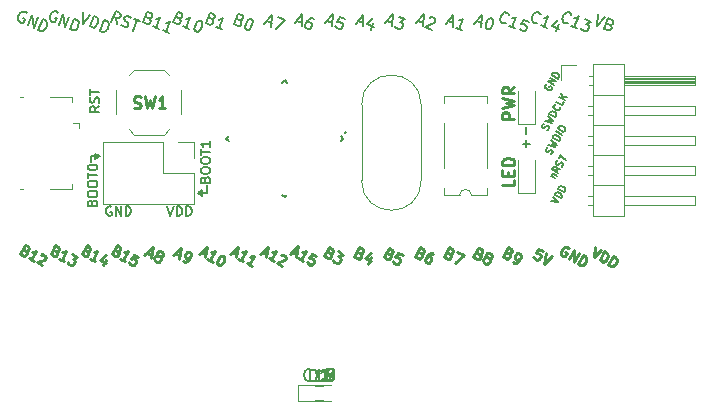
<source format=gto>
%TF.GenerationSoftware,KiCad,Pcbnew,4.0.7*%
%TF.CreationDate,2017-11-06T20:43:19+08:00*%
%TF.ProjectId,STM32F401CCT6,53544D333246343031434354362E6B69,rev?*%
%TF.FileFunction,Legend,Top*%
%FSLAX46Y46*%
G04 Gerber Fmt 4.6, Leading zero omitted, Abs format (unit mm)*
G04 Created by KiCad (PCBNEW 4.0.7) date 11/06/17 20:43:19*
%MOMM*%
%LPD*%
G01*
G04 APERTURE LIST*
%ADD10C,0.100000*%
%ADD11C,0.187500*%
%ADD12C,0.200000*%
%ADD13C,0.150000*%
%ADD14C,0.212500*%
%ADD15C,0.225000*%
%ADD16C,0.120000*%
%ADD17C,0.250000*%
G04 APERTURE END LIST*
D10*
D11*
X-7026429Y8314286D02*
X-7026429Y8885715D01*
X-7305714Y7506429D02*
X-6734285Y7506429D01*
X-7019999Y7220714D02*
X-7019999Y7792143D01*
D12*
X-43180095Y10683905D02*
X-43561048Y10417238D01*
X-43180095Y10226762D02*
X-43980095Y10226762D01*
X-43980095Y10531524D01*
X-43942000Y10607715D01*
X-43903905Y10645810D01*
X-43827714Y10683905D01*
X-43713429Y10683905D01*
X-43637238Y10645810D01*
X-43599143Y10607715D01*
X-43561048Y10531524D01*
X-43561048Y10226762D01*
X-43218190Y10988667D02*
X-43180095Y11102953D01*
X-43180095Y11293429D01*
X-43218190Y11369619D01*
X-43256286Y11407715D01*
X-43332476Y11445810D01*
X-43408667Y11445810D01*
X-43484857Y11407715D01*
X-43522952Y11369619D01*
X-43561048Y11293429D01*
X-43599143Y11141048D01*
X-43637238Y11064857D01*
X-43675333Y11026762D01*
X-43751524Y10988667D01*
X-43827714Y10988667D01*
X-43903905Y11026762D01*
X-43942000Y11064857D01*
X-43980095Y11141048D01*
X-43980095Y11331524D01*
X-43942000Y11445810D01*
X-43980095Y11674381D02*
X-43980095Y12131524D01*
X-43180095Y11902953D02*
X-43980095Y11902953D01*
X-43852000Y6112000D02*
X-43852000Y5942000D01*
X-34432000Y3112000D02*
X-34812000Y3362000D01*
X-34452000Y3632000D02*
X-34432000Y3112000D01*
X-34822000Y3322000D02*
X-34452000Y3632000D01*
X-34092000Y3362000D02*
X-34822000Y3322000D01*
X-34072000Y3992000D02*
X-34092000Y3362000D01*
X-34219143Y4475334D02*
X-34181048Y4589620D01*
X-34142952Y4627715D01*
X-34066762Y4665810D01*
X-33952476Y4665810D01*
X-33876286Y4627715D01*
X-33838190Y4589620D01*
X-33800095Y4513429D01*
X-33800095Y4208667D01*
X-34600095Y4208667D01*
X-34600095Y4475334D01*
X-34562000Y4551524D01*
X-34523905Y4589620D01*
X-34447714Y4627715D01*
X-34371524Y4627715D01*
X-34295333Y4589620D01*
X-34257238Y4551524D01*
X-34219143Y4475334D01*
X-34219143Y4208667D01*
X-34600095Y5161048D02*
X-34600095Y5313429D01*
X-34562000Y5389620D01*
X-34485810Y5465810D01*
X-34333429Y5503905D01*
X-34066762Y5503905D01*
X-33914381Y5465810D01*
X-33838190Y5389620D01*
X-33800095Y5313429D01*
X-33800095Y5161048D01*
X-33838190Y5084858D01*
X-33914381Y5008667D01*
X-34066762Y4970572D01*
X-34333429Y4970572D01*
X-34485810Y5008667D01*
X-34562000Y5084858D01*
X-34600095Y5161048D01*
X-34600095Y5999143D02*
X-34600095Y6151524D01*
X-34562000Y6227715D01*
X-34485810Y6303905D01*
X-34333429Y6342000D01*
X-34066762Y6342000D01*
X-33914381Y6303905D01*
X-33838190Y6227715D01*
X-33800095Y6151524D01*
X-33800095Y5999143D01*
X-33838190Y5922953D01*
X-33914381Y5846762D01*
X-34066762Y5808667D01*
X-34333429Y5808667D01*
X-34485810Y5846762D01*
X-34562000Y5922953D01*
X-34600095Y5999143D01*
X-34600095Y6570571D02*
X-34600095Y7027714D01*
X-33800095Y6799143D02*
X-34600095Y6799143D01*
X-33800095Y7713429D02*
X-33800095Y7256286D01*
X-33800095Y7484857D02*
X-34600095Y7484857D01*
X-34485810Y7408667D01*
X-34409619Y7332476D01*
X-34371524Y7256286D01*
X-43092000Y6432000D02*
X-43512000Y6662000D01*
X-43522000Y6192000D02*
X-43092000Y6432000D01*
X-43522000Y6652000D02*
X-43522000Y6192000D01*
X-43202000Y6462000D02*
X-43522000Y6652000D01*
X-43852000Y6452000D02*
X-43202000Y6462000D01*
X-43852000Y6122000D02*
X-43852000Y6452000D01*
X-43759143Y2505334D02*
X-43721048Y2619620D01*
X-43682952Y2657715D01*
X-43606762Y2695810D01*
X-43492476Y2695810D01*
X-43416286Y2657715D01*
X-43378190Y2619620D01*
X-43340095Y2543429D01*
X-43340095Y2238667D01*
X-44140095Y2238667D01*
X-44140095Y2505334D01*
X-44102000Y2581524D01*
X-44063905Y2619620D01*
X-43987714Y2657715D01*
X-43911524Y2657715D01*
X-43835333Y2619620D01*
X-43797238Y2581524D01*
X-43759143Y2505334D01*
X-43759143Y2238667D01*
X-44140095Y3191048D02*
X-44140095Y3343429D01*
X-44102000Y3419620D01*
X-44025810Y3495810D01*
X-43873429Y3533905D01*
X-43606762Y3533905D01*
X-43454381Y3495810D01*
X-43378190Y3419620D01*
X-43340095Y3343429D01*
X-43340095Y3191048D01*
X-43378190Y3114858D01*
X-43454381Y3038667D01*
X-43606762Y3000572D01*
X-43873429Y3000572D01*
X-44025810Y3038667D01*
X-44102000Y3114858D01*
X-44140095Y3191048D01*
X-44140095Y4029143D02*
X-44140095Y4181524D01*
X-44102000Y4257715D01*
X-44025810Y4333905D01*
X-43873429Y4372000D01*
X-43606762Y4372000D01*
X-43454381Y4333905D01*
X-43378190Y4257715D01*
X-43340095Y4181524D01*
X-43340095Y4029143D01*
X-43378190Y3952953D01*
X-43454381Y3876762D01*
X-43606762Y3838667D01*
X-43873429Y3838667D01*
X-44025810Y3876762D01*
X-44102000Y3952953D01*
X-44140095Y4029143D01*
X-44140095Y4600571D02*
X-44140095Y5057714D01*
X-43340095Y4829143D02*
X-44140095Y4829143D01*
X-44140095Y5476762D02*
X-44140095Y5552953D01*
X-44102000Y5629143D01*
X-44063905Y5667238D01*
X-43987714Y5705334D01*
X-43835333Y5743429D01*
X-43644857Y5743429D01*
X-43492476Y5705334D01*
X-43416286Y5667238D01*
X-43378190Y5629143D01*
X-43340095Y5552953D01*
X-43340095Y5476762D01*
X-43378190Y5400572D01*
X-43416286Y5362476D01*
X-43492476Y5324381D01*
X-43644857Y5286286D01*
X-43835333Y5286286D01*
X-43987714Y5324381D01*
X-44063905Y5362476D01*
X-44102000Y5400572D01*
X-44140095Y5476762D01*
X-37416667Y2208095D02*
X-37150000Y1408095D01*
X-36883333Y2208095D01*
X-36616667Y1408095D02*
X-36616667Y2208095D01*
X-36426191Y2208095D01*
X-36311905Y2170000D01*
X-36235714Y2093810D01*
X-36197619Y2017619D01*
X-36159524Y1865238D01*
X-36159524Y1750952D01*
X-36197619Y1598571D01*
X-36235714Y1522381D01*
X-36311905Y1446190D01*
X-36426191Y1408095D01*
X-36616667Y1408095D01*
X-35816667Y1408095D02*
X-35816667Y2208095D01*
X-35626191Y2208095D01*
X-35511905Y2170000D01*
X-35435714Y2093810D01*
X-35397619Y2017619D01*
X-35359524Y1865238D01*
X-35359524Y1750952D01*
X-35397619Y1598571D01*
X-35435714Y1522381D01*
X-35511905Y1446190D01*
X-35626191Y1408095D01*
X-35816667Y1408095D01*
X-42169523Y2180000D02*
X-42245714Y2218095D01*
X-42359999Y2218095D01*
X-42474285Y2180000D01*
X-42550476Y2103810D01*
X-42588571Y2027619D01*
X-42626666Y1875238D01*
X-42626666Y1760952D01*
X-42588571Y1608571D01*
X-42550476Y1532381D01*
X-42474285Y1456190D01*
X-42359999Y1418095D01*
X-42283809Y1418095D01*
X-42169523Y1456190D01*
X-42131428Y1494286D01*
X-42131428Y1760952D01*
X-42283809Y1760952D01*
X-41788571Y1418095D02*
X-41788571Y2218095D01*
X-41331428Y1418095D01*
X-41331428Y2218095D01*
X-40950476Y1418095D02*
X-40950476Y2218095D01*
X-40760000Y2218095D01*
X-40645714Y2180000D01*
X-40569523Y2103810D01*
X-40531428Y2027619D01*
X-40493333Y1875238D01*
X-40493333Y1760952D01*
X-40531428Y1608571D01*
X-40569523Y1532381D01*
X-40645714Y1456190D01*
X-40760000Y1418095D01*
X-40950476Y1418095D01*
D13*
X-4924551Y2671465D02*
X-4304936Y2544670D01*
X-4724551Y3017875D01*
X-4104936Y2891080D02*
X-4624551Y3191080D01*
X-4553122Y3314798D01*
X-4485522Y3374744D01*
X-4407463Y3395659D01*
X-4343690Y3391832D01*
X-4230431Y3359432D01*
X-4156199Y3316575D01*
X-4071511Y3234689D01*
X-4036310Y3181374D01*
X-4015394Y3103316D01*
X-4033507Y3014798D01*
X-4104936Y2891080D01*
X-3804936Y3410696D02*
X-4324551Y3710696D01*
X-4253122Y3834413D01*
X-4185522Y3894359D01*
X-4107463Y3915274D01*
X-4043690Y3911447D01*
X-3930431Y3879048D01*
X-3856199Y3836190D01*
X-3771511Y3754304D01*
X-3736310Y3700989D01*
X-3715394Y3622931D01*
X-3733507Y3534413D01*
X-3804936Y3410696D01*
X-4914774Y4769747D02*
X-4568364Y4569747D01*
X-4865288Y4741176D02*
X-4875745Y4780206D01*
X-4871917Y4843978D01*
X-4829060Y4918209D01*
X-4775745Y4953411D01*
X-4711972Y4949583D01*
X-4439793Y4792440D01*
X-4125507Y5336798D02*
X-4472944Y5306451D01*
X-4296936Y5039875D02*
X-4816551Y5339875D01*
X-4702265Y5537824D01*
X-4648951Y5573025D01*
X-4609921Y5583484D01*
X-4546149Y5579656D01*
X-4471917Y5536798D01*
X-4436716Y5483484D01*
X-4426258Y5444454D01*
X-4430086Y5380682D01*
X-4544372Y5182733D01*
X-4035965Y5549033D02*
X-3968364Y5608978D01*
X-3896936Y5732696D01*
X-3893108Y5796469D01*
X-3903566Y5835498D01*
X-3938767Y5888813D01*
X-3988254Y5917385D01*
X-4052028Y5921212D01*
X-4091056Y5910754D01*
X-4144372Y5875553D01*
X-4226258Y5790864D01*
X-4279573Y5755664D01*
X-4318603Y5745205D01*
X-4382375Y5749033D01*
X-4431863Y5777605D01*
X-4467064Y5830920D01*
X-4477522Y5869949D01*
X-4473694Y5933721D01*
X-4402265Y6057440D01*
X-4334665Y6117385D01*
X-4273693Y6280132D02*
X-4102265Y6577055D01*
X-3668364Y6128593D02*
X-4187979Y6428593D01*
X-4935394Y6627483D02*
X-4867793Y6687427D01*
X-4796364Y6811145D01*
X-4792537Y6874918D01*
X-4802994Y6913947D01*
X-4838196Y6967262D01*
X-4887683Y6995834D01*
X-4951456Y6999661D01*
X-4990485Y6989204D01*
X-5043801Y6954002D01*
X-5125687Y6869313D01*
X-5179002Y6834113D01*
X-5218031Y6823654D01*
X-5281804Y6827483D01*
X-5331291Y6856054D01*
X-5366493Y6909369D01*
X-5376950Y6948398D01*
X-5373122Y7012170D01*
X-5301693Y7135889D01*
X-5234093Y7195834D01*
X-5158836Y7383325D02*
X-4567793Y7207042D01*
X-4881804Y7520303D01*
X-4453507Y7404991D01*
X-4901693Y7828709D01*
X-4267793Y7726658D02*
X-4787408Y8026658D01*
X-4715979Y8150375D01*
X-4648379Y8210321D01*
X-4570320Y8231236D01*
X-4506547Y8227409D01*
X-4393288Y8195009D01*
X-4319056Y8152152D01*
X-4234368Y8070266D01*
X-4199167Y8016951D01*
X-4178251Y7938893D01*
X-4196364Y7850375D01*
X-4267793Y7726658D01*
X-3967793Y8246273D02*
X-4487408Y8546273D01*
X-4287408Y8892683D02*
X-4230265Y8991658D01*
X-4176951Y9026858D01*
X-4098892Y9047774D01*
X-3985631Y9015375D01*
X-3812426Y8915375D01*
X-3727738Y8833489D01*
X-3706823Y8755430D01*
X-3710650Y8691658D01*
X-3767793Y8592683D01*
X-3821108Y8557482D01*
X-3899167Y8536566D01*
X-4012426Y8568965D01*
X-4185631Y8668965D01*
X-4270320Y8750851D01*
X-4291236Y8828910D01*
X-4287408Y8892683D01*
X-5238251Y8643444D02*
X-5170650Y8703389D01*
X-5099221Y8827107D01*
X-5095394Y8890880D01*
X-5105851Y8929909D01*
X-5141053Y8983224D01*
X-5190540Y9011796D01*
X-5254313Y9015623D01*
X-5293342Y9005166D01*
X-5346658Y8969964D01*
X-5428544Y8885275D01*
X-5481859Y8850075D01*
X-5520888Y8839616D01*
X-5584661Y8843444D01*
X-5634148Y8872016D01*
X-5669350Y8925331D01*
X-5679807Y8964360D01*
X-5675979Y9028132D01*
X-5604550Y9151851D01*
X-5536950Y9211796D01*
X-5461693Y9399286D02*
X-4870650Y9223004D01*
X-5184661Y9536265D01*
X-4756364Y9420953D01*
X-5204550Y9844671D01*
X-4570650Y9742619D02*
X-5090265Y10042619D01*
X-5018836Y10166337D01*
X-4951236Y10226283D01*
X-4873177Y10247198D01*
X-4809404Y10243371D01*
X-4696145Y10210971D01*
X-4621913Y10168114D01*
X-4537225Y10086228D01*
X-4502024Y10032912D01*
X-4481108Y9954855D01*
X-4499221Y9866337D01*
X-4570650Y9742619D01*
X-4148708Y10587729D02*
X-4138251Y10548700D01*
X-4156364Y10460184D01*
X-4184935Y10410697D01*
X-4252537Y10350751D01*
X-4330595Y10329836D01*
X-4394368Y10333664D01*
X-4507627Y10366063D01*
X-4581859Y10408920D01*
X-4666547Y10490806D01*
X-4701748Y10544122D01*
X-4722665Y10622180D01*
X-4704550Y10710697D01*
X-4675979Y10760184D01*
X-4608379Y10820129D01*
X-4569350Y10830587D01*
X-3827793Y11029285D02*
X-3970650Y10781850D01*
X-4490265Y11081850D01*
X-3727793Y11202491D02*
X-4247408Y11502491D01*
X-3556364Y11499413D02*
X-3981859Y11448150D01*
X-4075979Y11799413D02*
X-3950485Y11331062D01*
X-5308379Y12524103D02*
X-5361693Y12488902D01*
X-5404550Y12414671D01*
X-5422665Y12326154D01*
X-5401748Y12248096D01*
X-5366547Y12194781D01*
X-5281859Y12112895D01*
X-5207627Y12070038D01*
X-5094368Y12037638D01*
X-5030595Y12033811D01*
X-4952537Y12054726D01*
X-4884935Y12114671D01*
X-4856364Y12164158D01*
X-4838251Y12252675D01*
X-4848708Y12291704D01*
X-5021913Y12391704D01*
X-5079056Y12292730D01*
X-4670650Y12485824D02*
X-5190265Y12785824D01*
X-4499221Y12782747D01*
X-5018836Y13082747D01*
X-4356364Y13030183D02*
X-4875979Y13330183D01*
X-4804551Y13453901D01*
X-4736950Y13513847D01*
X-4658892Y13534762D01*
X-4595119Y13530934D01*
X-4481859Y13498535D01*
X-4407628Y13455677D01*
X-4322940Y13373792D01*
X-4287738Y13320476D01*
X-4266822Y13242418D01*
X-4284936Y13153901D01*
X-4356364Y13030183D01*
D12*
X-49323166Y18551556D02*
X-49390108Y18627393D01*
X-49515940Y18678233D01*
X-49658718Y18687128D01*
X-49776499Y18637133D01*
X-49852337Y18570192D01*
X-49962067Y18419362D01*
X-50012906Y18293530D01*
X-50038748Y18108808D01*
X-50030697Y18007972D01*
X-49980702Y17890191D01*
X-49871816Y17797408D01*
X-49787928Y17763515D01*
X-49645149Y17754619D01*
X-49586259Y17779617D01*
X-49467633Y18073225D01*
X-49635410Y18141011D01*
X-49242656Y17543211D02*
X-48886780Y18424035D01*
X-48739327Y17339853D01*
X-48383451Y18220677D01*
X-48319888Y17170388D02*
X-47964011Y18051213D01*
X-47754291Y17966480D01*
X-47645405Y17873697D01*
X-47595410Y17755916D01*
X-47587358Y17655081D01*
X-47613201Y17470358D01*
X-47664040Y17344526D01*
X-47773770Y17193697D01*
X-47849608Y17126755D01*
X-47967389Y17076760D01*
X-48110167Y17085655D01*
X-48319888Y17170388D01*
X-46643166Y18601556D02*
X-46710108Y18677393D01*
X-46835940Y18728233D01*
X-46978718Y18737128D01*
X-47096499Y18687133D01*
X-47172337Y18620192D01*
X-47282067Y18469362D01*
X-47332906Y18343530D01*
X-47358748Y18158808D01*
X-47350697Y18057972D01*
X-47300702Y17940191D01*
X-47191816Y17847408D01*
X-47107928Y17813515D01*
X-46965149Y17804619D01*
X-46906259Y17829617D01*
X-46787633Y18123225D01*
X-46955410Y18191011D01*
X-46562656Y17593211D02*
X-46206780Y18474035D01*
X-46059327Y17389853D01*
X-45703451Y18270677D01*
X-45639888Y17220388D02*
X-45284011Y18101213D01*
X-45074291Y18016480D01*
X-44965405Y17923697D01*
X-44915410Y17805916D01*
X-44907358Y17705081D01*
X-44933201Y17520358D01*
X-44984040Y17394526D01*
X-45093770Y17243697D01*
X-45169608Y17176755D01*
X-45287389Y17126760D01*
X-45430167Y17135655D01*
X-45639888Y17220388D01*
X-44519549Y18676858D02*
X-44581816Y17677408D01*
X-43932332Y18439607D01*
X-43994600Y17440157D02*
X-43638724Y18320982D01*
X-43429003Y18236249D01*
X-43320118Y18143466D01*
X-43270123Y18025685D01*
X-43262071Y17924850D01*
X-43287913Y17740127D01*
X-43338753Y17614295D01*
X-43448482Y17463466D01*
X-43524320Y17396524D01*
X-43642101Y17346529D01*
X-43784880Y17355425D01*
X-43994600Y17440157D01*
X-43113776Y17084281D02*
X-42757899Y17965106D01*
X-42548179Y17880373D01*
X-42439293Y17787590D01*
X-42389298Y17669809D01*
X-42381246Y17568974D01*
X-42407089Y17384251D01*
X-42457928Y17258419D01*
X-42567658Y17107590D01*
X-42643496Y17040648D01*
X-42761277Y16990653D01*
X-42904055Y16999548D01*
X-43113776Y17084281D01*
X-41643348Y17636416D02*
X-41767492Y18174482D01*
X-42146677Y17839774D02*
X-41790801Y18720599D01*
X-41455248Y18585027D01*
X-41388307Y18509190D01*
X-41363309Y18450299D01*
X-41355258Y18349465D01*
X-41406097Y18223632D01*
X-41481934Y18156691D01*
X-41540825Y18131694D01*
X-41641660Y18123643D01*
X-41977212Y18259215D01*
X-41290850Y17542789D02*
X-41181964Y17450005D01*
X-40972244Y17365273D01*
X-40871410Y17373324D01*
X-40812519Y17398321D01*
X-40736681Y17465262D01*
X-40702788Y17549151D01*
X-40710840Y17649986D01*
X-40735838Y17708876D01*
X-40802779Y17784713D01*
X-40953608Y17894443D01*
X-41020550Y17970280D01*
X-41045548Y18029170D01*
X-41053599Y18130006D01*
X-41019706Y18213893D01*
X-40943869Y18280835D01*
X-40884978Y18305832D01*
X-40784143Y18313883D01*
X-40574424Y18229151D01*
X-40465537Y18136367D01*
X-40196927Y18076632D02*
X-39693599Y17873275D01*
X-40301139Y17094129D02*
X-39945263Y17974953D01*
X-38970545Y18126426D02*
X-38861660Y18033643D01*
X-38836661Y17974752D01*
X-38828610Y17873918D01*
X-38879450Y17748085D01*
X-38955287Y17681143D01*
X-39014178Y17656146D01*
X-39115013Y17648095D01*
X-39450565Y17783667D01*
X-39094689Y18664492D01*
X-38801080Y18545866D01*
X-38734139Y18470030D01*
X-38709141Y18411139D01*
X-38701089Y18310304D01*
X-38734982Y18226417D01*
X-38810820Y18159475D01*
X-38869711Y18134477D01*
X-38970545Y18126426D01*
X-39264154Y18245052D01*
X-38108355Y17241379D02*
X-38611684Y17444737D01*
X-38360020Y17343058D02*
X-38004143Y18223883D01*
X-38138871Y18131944D01*
X-38256651Y18081949D01*
X-38357487Y18073898D01*
X-37269474Y16902449D02*
X-37772804Y17105808D01*
X-37521139Y17004129D02*
X-37165263Y17884953D01*
X-37299990Y17793014D01*
X-37417771Y17743019D01*
X-37518606Y17734969D01*
X-36420545Y18116426D02*
X-36311660Y18023643D01*
X-36286661Y17964752D01*
X-36278610Y17863918D01*
X-36329450Y17738085D01*
X-36405287Y17671143D01*
X-36464178Y17646146D01*
X-36565013Y17638095D01*
X-36900565Y17773667D01*
X-36544689Y18654492D01*
X-36251080Y18535866D01*
X-36184139Y18460030D01*
X-36159141Y18401139D01*
X-36151089Y18300304D01*
X-36184982Y18216417D01*
X-36260820Y18149475D01*
X-36319711Y18124477D01*
X-36420545Y18116426D01*
X-36714154Y18235052D01*
X-35558355Y17231379D02*
X-36061684Y17434737D01*
X-35810020Y17333058D02*
X-35454143Y18213883D01*
X-35588871Y18121944D01*
X-35706651Y18071949D01*
X-35807487Y18063898D01*
X-34657207Y17891900D02*
X-34573319Y17858007D01*
X-34506377Y17782170D01*
X-34481380Y17723280D01*
X-34473329Y17622445D01*
X-34499170Y17437722D01*
X-34583902Y17228002D01*
X-34693633Y17077172D01*
X-34769470Y17010231D01*
X-34828361Y16985233D01*
X-34929195Y16977182D01*
X-35013083Y17011075D01*
X-35080024Y17086912D01*
X-35105022Y17145802D01*
X-35113074Y17246637D01*
X-35087232Y17431360D01*
X-35002499Y17641080D01*
X-34892769Y17791910D01*
X-34816931Y17858851D01*
X-34758041Y17883849D01*
X-34657207Y17891900D01*
X-33661105Y18076961D02*
X-33552219Y17984178D01*
X-33527221Y17925287D01*
X-33519170Y17824453D01*
X-33570010Y17698620D01*
X-33645847Y17631679D01*
X-33704738Y17606681D01*
X-33805572Y17598630D01*
X-34141125Y17734202D01*
X-33785248Y18615027D01*
X-33491640Y18496401D01*
X-33424698Y18420565D01*
X-33399701Y18361674D01*
X-33391649Y18260840D01*
X-33425542Y18176952D01*
X-33501380Y18110010D01*
X-33560270Y18085012D01*
X-33661105Y18076961D01*
X-33954713Y18195587D01*
X-32798915Y17191914D02*
X-33302244Y17395273D01*
X-33050579Y17293593D02*
X-32694703Y18174418D01*
X-32829430Y18082479D01*
X-32947211Y18032484D01*
X-33048046Y18024434D01*
X-31281105Y17956961D02*
X-31172219Y17864178D01*
X-31147221Y17805287D01*
X-31139170Y17704453D01*
X-31190010Y17578620D01*
X-31265847Y17511679D01*
X-31324738Y17486681D01*
X-31425572Y17478630D01*
X-31761125Y17614202D01*
X-31405248Y18495027D01*
X-31111640Y18376401D01*
X-31044698Y18300565D01*
X-31019701Y18241674D01*
X-31011649Y18140840D01*
X-31045542Y18056952D01*
X-31121380Y17990010D01*
X-31180270Y17965012D01*
X-31281105Y17956961D01*
X-31574713Y18075587D01*
X-30356647Y18071365D02*
X-30272759Y18037472D01*
X-30205818Y17961635D01*
X-30180820Y17902744D01*
X-30172769Y17801910D01*
X-30198610Y17617187D01*
X-30283343Y17407467D01*
X-30393074Y17256637D01*
X-30468911Y17189696D01*
X-30527801Y17164698D01*
X-30628635Y17156647D01*
X-30712523Y17190540D01*
X-30779465Y17266377D01*
X-30804462Y17325267D01*
X-30812514Y17426102D01*
X-30786672Y17610825D01*
X-30701940Y17820545D01*
X-30592210Y17971375D01*
X-30516372Y18038316D01*
X-30457481Y18063314D01*
X-30356647Y18071365D01*
X-29008474Y17867394D02*
X-28589033Y17697929D01*
X-29194041Y17649622D02*
X-28544556Y18411821D01*
X-28606824Y17412371D01*
X-28041228Y18208463D02*
X-27454010Y17971212D01*
X-28187383Y17242906D01*
X-26448474Y17917394D02*
X-26029033Y17747929D01*
X-26634041Y17699622D02*
X-25984556Y18461821D01*
X-26046824Y17462371D01*
X-25019843Y18072052D02*
X-25187619Y18139838D01*
X-25288453Y18131787D01*
X-25347344Y18106789D01*
X-25482072Y18014851D01*
X-25591802Y17864020D01*
X-25727374Y17528468D01*
X-25719323Y17427634D01*
X-25694325Y17368743D01*
X-25627383Y17292906D01*
X-25459607Y17225120D01*
X-25358773Y17233171D01*
X-25299883Y17258169D01*
X-25224045Y17325110D01*
X-25139312Y17534830D01*
X-25147364Y17635665D01*
X-25172362Y17694556D01*
X-25239303Y17770392D01*
X-25407079Y17838178D01*
X-25507913Y17830127D01*
X-25566805Y17805130D01*
X-25642641Y17738189D01*
X-23858474Y17917394D02*
X-23439033Y17747929D01*
X-24044041Y17699622D02*
X-23394556Y18461821D01*
X-23456824Y17462371D01*
X-22387899Y18055106D02*
X-22807340Y18224570D01*
X-23018748Y17822077D01*
X-22959858Y17847074D01*
X-22859023Y17855125D01*
X-22649303Y17770392D01*
X-22582362Y17694556D01*
X-22557364Y17635665D01*
X-22549312Y17534830D01*
X-22634045Y17325110D01*
X-22709883Y17258169D01*
X-22768773Y17233171D01*
X-22869607Y17225120D01*
X-23079327Y17309853D01*
X-23146269Y17385690D01*
X-23171267Y17444580D01*
X-21268474Y17897394D02*
X-20849033Y17727929D01*
X-21454041Y17679622D02*
X-20804556Y18441821D01*
X-20866824Y17442371D01*
X-19958469Y17758443D02*
X-20195719Y17171227D01*
X-20032616Y18178728D02*
X-20496534Y17634301D01*
X-19951261Y17413996D01*
X-18788474Y17937394D02*
X-18369033Y17767929D01*
X-18974041Y17719622D02*
X-18324556Y18481821D01*
X-18386824Y17482371D01*
X-17821228Y18278463D02*
X-17275954Y18058159D01*
X-17705135Y17841232D01*
X-17579303Y17790392D01*
X-17512362Y17714556D01*
X-17487364Y17655665D01*
X-17479312Y17554830D01*
X-17564045Y17345110D01*
X-17639883Y17278169D01*
X-17698773Y17253171D01*
X-17799607Y17245120D01*
X-18051271Y17346799D01*
X-18118213Y17422636D01*
X-18143211Y17481527D01*
X-16168474Y17937394D02*
X-15749033Y17767929D01*
X-16354041Y17719622D02*
X-15704556Y18481821D01*
X-15766824Y17482371D01*
X-15193176Y18177629D02*
X-15134286Y18202627D01*
X-15033451Y18210677D01*
X-14823731Y18125945D01*
X-14756790Y18050108D01*
X-14731792Y17991218D01*
X-14723740Y17890383D01*
X-14757633Y17806495D01*
X-14850418Y17697609D01*
X-15557104Y17397639D01*
X-15011831Y17177334D01*
X-13648474Y17887394D02*
X-13229033Y17717929D01*
X-13834041Y17669622D02*
X-13184556Y18431821D01*
X-13246824Y17432371D01*
X-12491831Y17127334D02*
X-12995160Y17330692D01*
X-12743495Y17229013D02*
X-12387619Y18109838D01*
X-12522346Y18017899D01*
X-12640127Y17967904D01*
X-12740962Y17959853D01*
X-11228474Y17887394D02*
X-10809033Y17717929D01*
X-11414041Y17669622D02*
X-10764556Y18431821D01*
X-10826824Y17432371D01*
X-10009563Y18126784D02*
X-9925675Y18092891D01*
X-9858734Y18017055D01*
X-9833736Y17958164D01*
X-9825685Y17857330D01*
X-9851526Y17672606D01*
X-9936259Y17462887D01*
X-10045990Y17312057D01*
X-10121827Y17245115D01*
X-10180717Y17220118D01*
X-10281551Y17212067D01*
X-10365439Y17245960D01*
X-10432381Y17321796D01*
X-10457378Y17380687D01*
X-10465430Y17481522D01*
X-10439588Y17666245D01*
X-10354856Y17875964D01*
X-10245125Y18026795D01*
X-10169288Y18093736D01*
X-10110397Y18118733D01*
X-10009563Y18126784D01*
X-8763343Y17714197D02*
X-8822233Y17689199D01*
X-8965013Y17698095D01*
X-9048900Y17731988D01*
X-9157786Y17824771D01*
X-9207781Y17942552D01*
X-9215832Y18043388D01*
X-9189991Y18228110D01*
X-9139151Y18353942D01*
X-9029421Y18504772D01*
X-8953583Y18571713D01*
X-8835802Y18621708D01*
X-8693024Y18612813D01*
X-8609136Y18578920D01*
X-8500250Y18486136D01*
X-8475252Y18427246D01*
X-7958355Y17291379D02*
X-8461684Y17494737D01*
X-8210020Y17393058D02*
X-7854143Y18273883D01*
X-7988871Y18181944D01*
X-8106651Y18131949D01*
X-8207487Y18123898D01*
X-6805543Y17850221D02*
X-7224983Y18019686D01*
X-7436392Y17617192D01*
X-7377502Y17642189D01*
X-7276667Y17650240D01*
X-7066947Y17565508D01*
X-7000005Y17489671D01*
X-6975008Y17430781D01*
X-6966956Y17329946D01*
X-7051689Y17120225D01*
X-7127526Y17053284D01*
X-7186417Y17028287D01*
X-7287251Y17020236D01*
X-7496971Y17104968D01*
X-7563913Y17180805D01*
X-7588911Y17239696D01*
X-6083343Y17744197D02*
X-6142233Y17719199D01*
X-6285013Y17728095D01*
X-6368900Y17761988D01*
X-6477786Y17854771D01*
X-6527781Y17972552D01*
X-6535832Y18073388D01*
X-6509991Y18258110D01*
X-6459151Y18383942D01*
X-6349421Y18534772D01*
X-6273583Y18601713D01*
X-6155802Y18651708D01*
X-6013024Y18642813D01*
X-5929136Y18608920D01*
X-5820250Y18516136D01*
X-5795252Y18457246D01*
X-5278355Y17321379D02*
X-5781684Y17524737D01*
X-5530020Y17423058D02*
X-5174143Y18303883D01*
X-5308871Y18211944D01*
X-5426651Y18161949D01*
X-5527487Y18153898D01*
X-4286112Y17603559D02*
X-4523363Y17016343D01*
X-4360260Y18023844D02*
X-4824178Y17479416D01*
X-4278905Y17259112D01*
X-3503343Y17734197D02*
X-3562233Y17709199D01*
X-3705013Y17718095D01*
X-3788900Y17751988D01*
X-3897786Y17844771D01*
X-3947781Y17962552D01*
X-3955832Y18063388D01*
X-3929991Y18248110D01*
X-3879151Y18373942D01*
X-3769421Y18524772D01*
X-3693583Y18591713D01*
X-3575802Y18641708D01*
X-3433024Y18632813D01*
X-3349136Y18598920D01*
X-3240250Y18506136D01*
X-3215252Y18447246D01*
X-2698355Y17311379D02*
X-3201684Y17514737D01*
X-2950020Y17413058D02*
X-2594143Y18293883D01*
X-2728871Y18201944D01*
X-2846651Y18151949D01*
X-2947487Y18143898D01*
X-2048871Y18073579D02*
X-1503598Y17853274D01*
X-1932779Y17636347D01*
X-1806947Y17585508D01*
X-1740005Y17509671D01*
X-1715008Y17450781D01*
X-1706956Y17349946D01*
X-1791689Y17140225D01*
X-1867526Y17073284D01*
X-1926417Y17048287D01*
X-2027251Y17040236D01*
X-2278915Y17141914D01*
X-2345857Y17217752D01*
X-2370855Y17276642D01*
X-949136Y18478920D02*
X-1011404Y17479470D01*
X-361919Y18241669D01*
X55832Y17584978D02*
X164717Y17492194D01*
X189716Y17433304D01*
X197767Y17332469D01*
X146927Y17206637D01*
X71090Y17139695D01*
X12199Y17114698D01*
X-88635Y17106647D01*
X-424188Y17242219D01*
X-68312Y18123044D01*
X225297Y18004418D01*
X292238Y17928581D01*
X317236Y17869691D01*
X325288Y17768856D01*
X291395Y17684968D01*
X215557Y17618026D01*
X156666Y17593029D01*
X55832Y17584978D01*
X-237777Y17703603D01*
D14*
X-49412656Y-1544848D02*
X-49324443Y-1637593D01*
X-49307708Y-1692334D01*
X-49309974Y-1782813D01*
X-49366981Y-1890028D01*
X-49440724Y-1942502D01*
X-49495465Y-1959239D01*
X-49585945Y-1956972D01*
X-49871851Y-1804953D01*
X-49472800Y-1054447D01*
X-49222632Y-1187464D01*
X-49170157Y-1261207D01*
X-49153421Y-1315948D01*
X-49155688Y-1406428D01*
X-49193693Y-1477904D01*
X-49267436Y-1530378D01*
X-49322177Y-1547115D01*
X-49412656Y-1544848D01*
X-49662825Y-1411831D01*
X-48728224Y-2413030D02*
X-49157084Y-2185001D01*
X-48942654Y-2299016D02*
X-48543603Y-1548510D01*
X-48672087Y-1617720D01*
X-48781569Y-1651192D01*
X-48872048Y-1648926D01*
X-48081271Y-1886021D02*
X-48026530Y-1869285D01*
X-47936051Y-1871551D01*
X-47757360Y-1966563D01*
X-47704885Y-2040307D01*
X-47688149Y-2095047D01*
X-47690416Y-2185527D01*
X-47728420Y-2257003D01*
X-47821166Y-2345216D01*
X-48478055Y-2546047D01*
X-48013457Y-2793079D01*
X-46832656Y-1584848D02*
X-46744443Y-1677593D01*
X-46727708Y-1732334D01*
X-46729974Y-1822813D01*
X-46786981Y-1930028D01*
X-46860724Y-1982502D01*
X-46915465Y-1999239D01*
X-47005945Y-1996972D01*
X-47291851Y-1844953D01*
X-46892800Y-1094447D01*
X-46642632Y-1227464D01*
X-46590157Y-1301207D01*
X-46573421Y-1355948D01*
X-46575688Y-1446428D01*
X-46613693Y-1517904D01*
X-46687436Y-1570378D01*
X-46742177Y-1587115D01*
X-46832656Y-1584848D01*
X-47082825Y-1451831D01*
X-46148224Y-2453030D02*
X-46577084Y-2225001D01*
X-46362654Y-2339016D02*
X-45963603Y-1588510D01*
X-46092087Y-1657720D01*
X-46201569Y-1691192D01*
X-46292048Y-1688926D01*
X-45499004Y-1835542D02*
X-45034406Y-2082573D01*
X-45436593Y-2235463D01*
X-45329379Y-2292470D01*
X-45276904Y-2366214D01*
X-45260168Y-2420955D01*
X-45262435Y-2511433D01*
X-45357447Y-2690125D01*
X-45431190Y-2742599D01*
X-45485931Y-2759336D01*
X-45576410Y-2757069D01*
X-45790840Y-2643054D01*
X-45843314Y-2569312D01*
X-45860050Y-2514570D01*
X-44192656Y-1584848D02*
X-44104443Y-1677593D01*
X-44087708Y-1732334D01*
X-44089974Y-1822813D01*
X-44146981Y-1930028D01*
X-44220724Y-1982502D01*
X-44275465Y-1999239D01*
X-44365945Y-1996972D01*
X-44651851Y-1844953D01*
X-44252800Y-1094447D01*
X-44002632Y-1227464D01*
X-43950157Y-1301207D01*
X-43933421Y-1355948D01*
X-43935688Y-1446428D01*
X-43973693Y-1517904D01*
X-44047436Y-1570378D01*
X-44102177Y-1587115D01*
X-44192656Y-1584848D01*
X-44442825Y-1451831D01*
X-43508224Y-2453030D02*
X-43937084Y-2225001D01*
X-43722654Y-2339016D02*
X-43323603Y-1588510D01*
X-43452087Y-1657720D01*
X-43561569Y-1691192D01*
X-43652048Y-1688926D01*
X-42598899Y-2294737D02*
X-42864933Y-2795074D01*
X-42625572Y-1913818D02*
X-43089299Y-2354881D01*
X-42624701Y-2601912D01*
X-41642656Y-1584848D02*
X-41554443Y-1677593D01*
X-41537708Y-1732334D01*
X-41539974Y-1822813D01*
X-41596981Y-1930028D01*
X-41670724Y-1982502D01*
X-41725465Y-1999239D01*
X-41815945Y-1996972D01*
X-42101851Y-1844953D01*
X-41702800Y-1094447D01*
X-41452632Y-1227464D01*
X-41400157Y-1301207D01*
X-41383421Y-1355948D01*
X-41385688Y-1446428D01*
X-41423693Y-1517904D01*
X-41497436Y-1570378D01*
X-41552177Y-1587115D01*
X-41642656Y-1584848D01*
X-41892825Y-1451831D01*
X-40958224Y-2453030D02*
X-41387084Y-2225001D01*
X-41172654Y-2339016D02*
X-40773603Y-1588510D01*
X-40902087Y-1657720D01*
X-41011569Y-1691192D01*
X-41102048Y-1688926D01*
X-39880144Y-2063571D02*
X-40237528Y-1873547D01*
X-40463290Y-2211928D01*
X-40408550Y-2195192D01*
X-40318070Y-2197458D01*
X-40139379Y-2292470D01*
X-40086904Y-2366214D01*
X-40070168Y-2420955D01*
X-40072435Y-2511433D01*
X-40167447Y-2690125D01*
X-40241190Y-2742599D01*
X-40295931Y-2759336D01*
X-40386410Y-2757069D01*
X-40565102Y-2662057D01*
X-40617576Y-2588314D01*
X-40634312Y-2533572D01*
D15*
X-39148030Y-1740639D02*
X-38769624Y-1941841D01*
X-39344433Y-1927442D02*
X-38657024Y-1273631D01*
X-38814664Y-2209125D01*
X-38194815Y-1956240D02*
X-38250376Y-1878159D01*
X-38268096Y-1820198D01*
X-38265696Y-1724397D01*
X-38245576Y-1686556D01*
X-38167495Y-1630995D01*
X-38109534Y-1613275D01*
X-38013733Y-1615675D01*
X-37862371Y-1696156D01*
X-37806810Y-1774236D01*
X-37789089Y-1832197D01*
X-37791489Y-1927998D01*
X-37811610Y-1965839D01*
X-37889691Y-2021400D01*
X-37947651Y-2039121D01*
X-38043452Y-2036721D01*
X-38194815Y-1956240D01*
X-38290616Y-1953840D01*
X-38348577Y-1971560D01*
X-38426658Y-2027122D01*
X-38507139Y-2178484D01*
X-38509539Y-2274286D01*
X-38491819Y-2332247D01*
X-38436258Y-2410327D01*
X-38284895Y-2490808D01*
X-38189094Y-2493208D01*
X-38131133Y-2475488D01*
X-38053052Y-2419926D01*
X-37972571Y-2268564D01*
X-37970171Y-2172762D01*
X-37987891Y-2114802D01*
X-38043452Y-2036721D01*
X-36728030Y-1760639D02*
X-36349624Y-1961841D01*
X-36924433Y-1947442D02*
X-36237024Y-1293631D01*
X-36394664Y-2229125D01*
X-36091939Y-2390087D02*
X-35940577Y-2470568D01*
X-35844775Y-2472968D01*
X-35786814Y-2455248D01*
X-35650772Y-2381966D01*
X-35532451Y-2250724D01*
X-35371489Y-1947998D01*
X-35369089Y-1852197D01*
X-35386810Y-1794236D01*
X-35442371Y-1716156D01*
X-35593733Y-1635675D01*
X-35689534Y-1633275D01*
X-35747495Y-1650995D01*
X-35825576Y-1706556D01*
X-35926177Y-1895759D01*
X-35928577Y-1991560D01*
X-35910857Y-2049522D01*
X-35855296Y-2127603D01*
X-35703933Y-2208084D01*
X-35608132Y-2210483D01*
X-35550171Y-2192762D01*
X-35472090Y-2137201D01*
D14*
X-34539967Y-1680024D02*
X-34182583Y-1870049D01*
X-34725459Y-1856449D02*
X-34076239Y-1238961D01*
X-34225121Y-2122483D01*
X-33581831Y-2464527D02*
X-34010691Y-2236498D01*
X-33796261Y-2350512D02*
X-33397210Y-1600007D01*
X-33525694Y-1669217D01*
X-33635176Y-1702689D01*
X-33725655Y-1700422D01*
X-32718181Y-1961053D02*
X-32646705Y-1999058D01*
X-32594231Y-2072800D01*
X-32577494Y-2127541D01*
X-32579761Y-2218021D01*
X-32620032Y-2379976D01*
X-32715044Y-2558668D01*
X-32826792Y-2682619D01*
X-32900535Y-2735093D01*
X-32955277Y-2751830D01*
X-33045756Y-2749563D01*
X-33117232Y-2711558D01*
X-33169707Y-2637815D01*
X-33186443Y-2583074D01*
X-33184176Y-2492595D01*
X-33143904Y-2330639D01*
X-33048892Y-2151947D01*
X-32937145Y-2027997D01*
X-32863401Y-1975522D01*
X-32808661Y-1958786D01*
X-32718181Y-1961053D01*
X-31929967Y-1670024D02*
X-31572583Y-1860049D01*
X-32115459Y-1846449D02*
X-31466239Y-1228961D01*
X-31615121Y-2112483D01*
X-30971831Y-2454527D02*
X-31400691Y-2226498D01*
X-31186261Y-2340512D02*
X-30787210Y-1590007D01*
X-30915694Y-1659217D01*
X-31025176Y-1692689D01*
X-31115655Y-1690422D01*
X-30257064Y-2834575D02*
X-30685924Y-2606546D01*
X-30471494Y-2720561D02*
X-30072443Y-1970055D01*
X-30200927Y-2039265D01*
X-30310409Y-2072737D01*
X-30400888Y-2070471D01*
X-29359967Y-1650024D02*
X-29002583Y-1840049D01*
X-29545459Y-1826449D02*
X-28896239Y-1208961D01*
X-29045121Y-2092483D01*
X-28401831Y-2434527D02*
X-28830691Y-2206498D01*
X-28616261Y-2320512D02*
X-28217210Y-1570007D01*
X-28345694Y-1639217D01*
X-28455176Y-1672689D01*
X-28545655Y-1670422D01*
X-27754878Y-1907517D02*
X-27700137Y-1890781D01*
X-27609659Y-1893048D01*
X-27430967Y-1988060D01*
X-27378492Y-2061803D01*
X-27361756Y-2116544D01*
X-27364023Y-2207023D01*
X-27402028Y-2278500D01*
X-27494773Y-2366713D01*
X-28151662Y-2567544D01*
X-27687064Y-2814575D01*
X-26839967Y-1630024D02*
X-26482583Y-1820049D01*
X-27025459Y-1806449D02*
X-26376239Y-1188961D01*
X-26525121Y-2072483D01*
X-25881831Y-2414527D02*
X-26310691Y-2186498D01*
X-26096261Y-2300512D02*
X-25697210Y-1550007D01*
X-25825694Y-1619217D01*
X-25935176Y-1652689D01*
X-26025655Y-1650422D01*
X-24803751Y-2025067D02*
X-25161135Y-1835043D01*
X-25386897Y-2173424D01*
X-25332157Y-2156689D01*
X-25241678Y-2158954D01*
X-25062986Y-2253966D01*
X-25010511Y-2327710D01*
X-24993776Y-2382451D01*
X-24996042Y-2472930D01*
X-25091054Y-2651622D01*
X-25164797Y-2704096D01*
X-25219538Y-2720832D01*
X-25310018Y-2718565D01*
X-25488709Y-2623553D01*
X-25541183Y-2549810D01*
X-25557919Y-2495069D01*
D15*
X-23641464Y-1752217D02*
X-23548063Y-1850418D01*
X-23530343Y-1908380D01*
X-23532743Y-2004181D01*
X-23593103Y-2117702D01*
X-23671184Y-2173264D01*
X-23729145Y-2190984D01*
X-23824946Y-2188585D01*
X-24127671Y-2027623D01*
X-23705146Y-1232970D01*
X-23440262Y-1373812D01*
X-23384701Y-1451892D01*
X-23366981Y-1509853D01*
X-23369381Y-1605654D01*
X-23409622Y-1681336D01*
X-23487702Y-1736897D01*
X-23545663Y-1754617D01*
X-23641464Y-1752217D01*
X-23906348Y-1611376D01*
X-22986176Y-1615254D02*
X-22494247Y-1876817D01*
X-22920093Y-2038700D01*
X-22806571Y-2099061D01*
X-22751010Y-2177142D01*
X-22733290Y-2235102D01*
X-22735690Y-2330904D01*
X-22836291Y-2520107D01*
X-22914372Y-2575668D01*
X-22972333Y-2593389D01*
X-23068134Y-2590989D01*
X-23295178Y-2470268D01*
X-23350738Y-2392187D01*
X-23368460Y-2334226D01*
X-21081464Y-1772217D02*
X-20988063Y-1870418D01*
X-20970343Y-1928380D01*
X-20972743Y-2024181D01*
X-21033103Y-2137702D01*
X-21111184Y-2193264D01*
X-21169145Y-2210984D01*
X-21264946Y-2208585D01*
X-21567671Y-2047623D01*
X-21145146Y-1252970D01*
X-20880262Y-1393812D01*
X-20824701Y-1471892D01*
X-20806981Y-1529853D01*
X-20809381Y-1625654D01*
X-20849622Y-1701336D01*
X-20927702Y-1756897D01*
X-20985663Y-1774617D01*
X-21081464Y-1772217D01*
X-21346348Y-1631376D01*
X-20150770Y-2121461D02*
X-20432453Y-2651229D01*
X-20179012Y-1718135D02*
X-20670017Y-2185143D01*
X-20178090Y-2446705D01*
X-18601464Y-1842217D02*
X-18508063Y-1940418D01*
X-18490343Y-1998380D01*
X-18492743Y-2094181D01*
X-18553103Y-2207702D01*
X-18631184Y-2263264D01*
X-18689145Y-2280984D01*
X-18784946Y-2278585D01*
X-19087671Y-2117623D01*
X-18665146Y-1322970D01*
X-18400262Y-1463812D01*
X-18344701Y-1541892D01*
X-18326981Y-1599853D01*
X-18329381Y-1695654D01*
X-18369622Y-1771336D01*
X-18447702Y-1826897D01*
X-18505663Y-1844617D01*
X-18601464Y-1842217D01*
X-18866348Y-1701376D01*
X-17492088Y-1946696D02*
X-17870494Y-1745495D01*
X-18109536Y-2103780D01*
X-18051575Y-2086060D01*
X-17955774Y-2088460D01*
X-17766571Y-2189061D01*
X-17711010Y-2267142D01*
X-17693290Y-2325102D01*
X-17695690Y-2420904D01*
X-17796291Y-2610107D01*
X-17874372Y-2665668D01*
X-17932333Y-2683389D01*
X-18028134Y-2680989D01*
X-18217337Y-2580388D01*
X-18272898Y-2502307D01*
X-18290618Y-2444346D01*
X-15951464Y-1772217D02*
X-15858063Y-1870418D01*
X-15840343Y-1928380D01*
X-15842743Y-2024181D01*
X-15903103Y-2137702D01*
X-15981184Y-2193264D01*
X-16039145Y-2210984D01*
X-16134946Y-2208585D01*
X-16437671Y-2047623D01*
X-16015146Y-1252970D01*
X-15750262Y-1393812D01*
X-15694701Y-1471892D01*
X-15676981Y-1529853D01*
X-15679381Y-1625654D01*
X-15719622Y-1701336D01*
X-15797702Y-1756897D01*
X-15855663Y-1774617D01*
X-15951464Y-1772217D01*
X-16216348Y-1631376D01*
X-14879928Y-1856576D02*
X-15031291Y-1776095D01*
X-15127092Y-1773696D01*
X-15185053Y-1791416D01*
X-15321095Y-1864698D01*
X-15439416Y-1995940D01*
X-15600378Y-2298664D01*
X-15602778Y-2394466D01*
X-15585057Y-2452427D01*
X-15529497Y-2530508D01*
X-15378134Y-2610989D01*
X-15282333Y-2613389D01*
X-15224372Y-2595668D01*
X-15146291Y-2540107D01*
X-15045690Y-2350904D01*
X-15043290Y-2255102D01*
X-15061010Y-2197142D01*
X-15116571Y-2119061D01*
X-15267934Y-2038580D01*
X-15363735Y-2036180D01*
X-15421696Y-2053900D01*
X-15499777Y-2109462D01*
X-13501464Y-1792217D02*
X-13408063Y-1890418D01*
X-13390343Y-1948380D01*
X-13392743Y-2044181D01*
X-13453103Y-2157702D01*
X-13531184Y-2213264D01*
X-13589145Y-2230984D01*
X-13684946Y-2228585D01*
X-13987671Y-2067623D01*
X-13565146Y-1272970D01*
X-13300262Y-1413812D01*
X-13244701Y-1491892D01*
X-13226981Y-1549853D01*
X-13229381Y-1645654D01*
X-13269622Y-1721336D01*
X-13347702Y-1776897D01*
X-13405663Y-1794617D01*
X-13501464Y-1792217D01*
X-13766348Y-1651376D01*
X-12846176Y-1655254D02*
X-12316407Y-1936937D01*
X-13079497Y-2550508D01*
X-11001464Y-1802217D02*
X-10908063Y-1900418D01*
X-10890343Y-1958380D01*
X-10892743Y-2054181D01*
X-10953103Y-2167702D01*
X-11031184Y-2223264D01*
X-11089145Y-2240984D01*
X-11184946Y-2238585D01*
X-11487671Y-2077623D01*
X-11065146Y-1282970D01*
X-10800262Y-1423812D01*
X-10744701Y-1501892D01*
X-10726981Y-1559853D01*
X-10729381Y-1655654D01*
X-10769622Y-1731336D01*
X-10847702Y-1786897D01*
X-10905663Y-1804617D01*
X-11001464Y-1802217D01*
X-11266348Y-1661376D01*
X-10338054Y-2106420D02*
X-10393615Y-2028339D01*
X-10411335Y-1970379D01*
X-10408935Y-1874578D01*
X-10388815Y-1836736D01*
X-10310734Y-1781176D01*
X-10252773Y-1763455D01*
X-10156972Y-1765855D01*
X-10005609Y-1846336D01*
X-9950049Y-1924417D01*
X-9932328Y-1982377D01*
X-9934728Y-2078179D01*
X-9954849Y-2116020D01*
X-10032929Y-2171581D01*
X-10090890Y-2189301D01*
X-10186691Y-2186901D01*
X-10338054Y-2106420D01*
X-10433855Y-2104020D01*
X-10491816Y-2121741D01*
X-10569897Y-2177303D01*
X-10650378Y-2328664D01*
X-10652778Y-2424466D01*
X-10635057Y-2482427D01*
X-10579497Y-2560508D01*
X-10428134Y-2640989D01*
X-10332333Y-2643389D01*
X-10274372Y-2625668D01*
X-10196291Y-2570107D01*
X-10115810Y-2418745D01*
X-10113410Y-2322943D01*
X-10131130Y-2264982D01*
X-10186691Y-2186901D01*
X-8521464Y-1772217D02*
X-8428063Y-1870418D01*
X-8410343Y-1928380D01*
X-8412743Y-2024181D01*
X-8473103Y-2137702D01*
X-8551184Y-2193264D01*
X-8609145Y-2210984D01*
X-8704946Y-2208585D01*
X-9007671Y-2047623D01*
X-8585146Y-1252970D01*
X-8320262Y-1393812D01*
X-8264701Y-1471892D01*
X-8246981Y-1529853D01*
X-8249381Y-1625654D01*
X-8289622Y-1701336D01*
X-8367702Y-1756897D01*
X-8425663Y-1774617D01*
X-8521464Y-1772217D01*
X-8786348Y-1631376D01*
X-8175178Y-2490268D02*
X-8023816Y-2570748D01*
X-7928014Y-2573148D01*
X-7870053Y-2555428D01*
X-7734011Y-2482146D01*
X-7615690Y-2350904D01*
X-7454728Y-2048179D01*
X-7452328Y-1952377D01*
X-7470049Y-1894417D01*
X-7525609Y-1816336D01*
X-7676972Y-1735855D01*
X-7772773Y-1733455D01*
X-7830734Y-1751176D01*
X-7908815Y-1806736D01*
X-8009416Y-1995940D01*
X-8011816Y-2091741D01*
X-7994096Y-2149702D01*
X-7938535Y-2227783D01*
X-7787172Y-2308264D01*
X-7691371Y-2310664D01*
X-7633410Y-2292943D01*
X-7555329Y-2237382D01*
X-5609980Y-1564352D02*
X-5988386Y-1363150D01*
X-6227429Y-1721436D01*
X-6169468Y-1703715D01*
X-6073667Y-1706115D01*
X-5884464Y-1806716D01*
X-5828903Y-1884797D01*
X-5811182Y-1942758D01*
X-5813583Y-2038560D01*
X-5914183Y-2227762D01*
X-5992265Y-2283324D01*
X-6050225Y-2301044D01*
X-6146026Y-2298644D01*
X-6335230Y-2198043D01*
X-6390790Y-2119963D01*
X-6408511Y-2062002D01*
X-5345096Y-1705194D02*
X-5502736Y-2640688D01*
X-4815328Y-1986876D01*
D14*
X-1162146Y-1206941D02*
X-1311028Y-2090464D01*
X-661809Y-1472976D01*
X-810691Y-2356498D02*
X-411640Y-1605992D01*
X-232949Y-1701004D01*
X-144736Y-1793750D01*
X-111264Y-1903231D01*
X-113531Y-1993711D01*
X-153802Y-2155667D01*
X-210809Y-2262881D01*
X-322557Y-2386833D01*
X-396300Y-2439307D01*
X-505783Y-2472779D01*
X-631999Y-2451510D01*
X-810691Y-2356498D01*
X-60186Y-2755549D02*
X338865Y-2005043D01*
X517557Y-2100055D01*
X605769Y-2192800D01*
X639242Y-2302282D01*
X636975Y-2392762D01*
X596703Y-2554717D01*
X539696Y-2661932D01*
X427948Y-2785883D01*
X354205Y-2838357D01*
X244723Y-2871830D01*
X118506Y-2850561D01*
X-60186Y-2755549D01*
X-3392288Y-1360709D02*
X-3444762Y-1286966D01*
X-3551978Y-1229958D01*
X-3678195Y-1208689D01*
X-3787677Y-1242161D01*
X-3861420Y-1294636D01*
X-3973168Y-1418587D01*
X-4030175Y-1525801D01*
X-4070446Y-1687757D01*
X-4072713Y-1778236D01*
X-4039241Y-1887719D01*
X-3951029Y-1980464D01*
X-3879552Y-2018468D01*
X-3753334Y-2039738D01*
X-3698593Y-2023001D01*
X-3565577Y-1772833D01*
X-3708530Y-1696823D01*
X-3414953Y-2265500D02*
X-3015902Y-1514995D01*
X-2986093Y-2493529D01*
X-2587042Y-1743024D01*
X-2628709Y-2683553D02*
X-2229659Y-1933048D01*
X-2050967Y-2028060D01*
X-1962755Y-2120805D01*
X-1929282Y-2230287D01*
X-1931549Y-2320766D01*
X-1971821Y-2482722D01*
X-2028828Y-2589937D01*
X-2140576Y-2713888D01*
X-2214318Y-2766362D01*
X-2323801Y-2799834D01*
X-2450018Y-2778565D01*
X-2628709Y-2683553D01*
D16*
X-42882000Y7632000D02*
X-42882000Y2432000D01*
X-37742000Y7632000D02*
X-42882000Y7632000D01*
X-35142000Y2432000D02*
X-42882000Y2432000D01*
X-37742000Y7632000D02*
X-37742000Y5032000D01*
X-37742000Y5032000D02*
X-35142000Y5032000D01*
X-35142000Y5032000D02*
X-35142000Y2432000D01*
X-36472000Y7632000D02*
X-35142000Y7632000D01*
X-35142000Y7632000D02*
X-35142000Y6302000D01*
X-45470000Y11480000D02*
X-45470000Y11030000D01*
X-47320000Y11480000D02*
X-45470000Y11480000D01*
X-49870000Y3680000D02*
X-49620000Y3680000D01*
X-49870000Y11480000D02*
X-49620000Y11480000D01*
X-47320000Y3680000D02*
X-45470000Y3680000D01*
X-45470000Y3680000D02*
X-45470000Y4130000D01*
X-44920000Y9280000D02*
X-44920000Y8830000D01*
X-44920000Y9280000D02*
X-45370000Y9280000D01*
X-40680000Y8720000D02*
X-40230000Y8270000D01*
X-37280000Y8720000D02*
X-37730000Y8270000D01*
X-37280000Y13320000D02*
X-37730000Y13770000D01*
X-40680000Y13320000D02*
X-40230000Y13770000D01*
X-36230000Y12020000D02*
X-36230000Y10020000D01*
X-40230000Y8270000D02*
X-37730000Y8270000D01*
X-41730000Y12020000D02*
X-41730000Y10020000D01*
X-40230000Y13770000D02*
X-37730000Y13770000D01*
X-1370000Y14230000D02*
X-1370000Y1410000D01*
X-1370000Y1410000D02*
X1290000Y1410000D01*
X1290000Y1410000D02*
X1290000Y14230000D01*
X1290000Y14230000D02*
X-1370000Y14230000D01*
X1290000Y13280000D02*
X7290000Y13280000D01*
X7290000Y13280000D02*
X7290000Y12520000D01*
X7290000Y12520000D02*
X1290000Y12520000D01*
X1290000Y13220000D02*
X7290000Y13220000D01*
X1290000Y13100000D02*
X7290000Y13100000D01*
X1290000Y12980000D02*
X7290000Y12980000D01*
X1290000Y12860000D02*
X7290000Y12860000D01*
X1290000Y12740000D02*
X7290000Y12740000D01*
X1290000Y12620000D02*
X7290000Y12620000D01*
X-1700000Y13280000D02*
X-1370000Y13280000D01*
X-1700000Y12520000D02*
X-1370000Y12520000D01*
X-1370000Y11630000D02*
X1290000Y11630000D01*
X1290000Y10740000D02*
X7290000Y10740000D01*
X7290000Y10740000D02*
X7290000Y9980000D01*
X7290000Y9980000D02*
X1290000Y9980000D01*
X-1767071Y10740000D02*
X-1370000Y10740000D01*
X-1767071Y9980000D02*
X-1370000Y9980000D01*
X-1370000Y9090000D02*
X1290000Y9090000D01*
X1290000Y8200000D02*
X7290000Y8200000D01*
X7290000Y8200000D02*
X7290000Y7440000D01*
X7290000Y7440000D02*
X1290000Y7440000D01*
X-1767071Y8200000D02*
X-1370000Y8200000D01*
X-1767071Y7440000D02*
X-1370000Y7440000D01*
X-1370000Y6550000D02*
X1290000Y6550000D01*
X1290000Y5660000D02*
X7290000Y5660000D01*
X7290000Y5660000D02*
X7290000Y4900000D01*
X7290000Y4900000D02*
X1290000Y4900000D01*
X-1767071Y5660000D02*
X-1370000Y5660000D01*
X-1767071Y4900000D02*
X-1370000Y4900000D01*
X-1370000Y4010000D02*
X1290000Y4010000D01*
X1290000Y3120000D02*
X7290000Y3120000D01*
X7290000Y3120000D02*
X7290000Y2360000D01*
X7290000Y2360000D02*
X1290000Y2360000D01*
X-1767071Y3120000D02*
X-1370000Y3120000D01*
X-1767071Y2360000D02*
X-1370000Y2360000D01*
X-4080000Y12900000D02*
X-4080000Y14170000D01*
X-4080000Y14170000D02*
X-2810000Y14170000D01*
X-7690000Y9160000D02*
X-6290000Y9160000D01*
X-6290000Y9160000D02*
X-6290000Y11960000D01*
X-7690000Y9160000D02*
X-7690000Y11960000D01*
X-7690000Y3320000D02*
X-6290000Y3320000D01*
X-6290000Y3320000D02*
X-6290000Y6120000D01*
X-7690000Y3320000D02*
X-7690000Y6120000D01*
X-20965000Y4400000D02*
X-20965000Y10800000D01*
X-15915000Y4400000D02*
X-15915000Y10800000D01*
X-15915000Y4400000D02*
G75*
G02X-20965000Y4400000I-2525000J0D01*
G01*
X-15915000Y10800000D02*
G75*
G03X-20965000Y10800000I-2525000J0D01*
G01*
X-13960000Y10940000D02*
X-13960000Y11540000D01*
X-13960000Y11540000D02*
X-10360000Y11540000D01*
X-10360000Y11540000D02*
X-10360000Y10940000D01*
X-13960000Y5440000D02*
X-13960000Y9240000D01*
X-12660000Y3140000D02*
X-13960000Y3140000D01*
X-10360000Y3140000D02*
X-11660000Y3140000D01*
X-13960000Y3140000D02*
X-13960000Y3740000D01*
X-10360000Y3140000D02*
X-10360000Y3740000D01*
X-10360000Y9240000D02*
X-10360000Y5440000D01*
X-11660000Y3140000D02*
G75*
G03X-12660000Y3140000I-500000J0D01*
G01*
X-24231000Y-14215001D02*
X-24931000Y-14215001D01*
X-24931000Y-13015001D02*
X-24231000Y-13015001D01*
X-24231000Y-14215001D02*
X-24931000Y-14215001D01*
X-24931000Y-13015001D02*
X-24231000Y-13015001D01*
X-24231000Y-14215001D02*
X-24931000Y-14215001D01*
X-24931000Y-13015001D02*
X-24231000Y-13015001D01*
X-24231000Y-14215001D02*
X-24931000Y-14215001D01*
X-24931000Y-13015001D02*
X-24231000Y-13015001D01*
X-24231000Y-14215001D02*
X-24931000Y-14215001D01*
X-24931000Y-13015001D02*
X-24231000Y-13015001D01*
X-26381000Y-12915001D02*
X-26381000Y-14315001D01*
X-26381000Y-14315001D02*
X-23581000Y-14315001D01*
X-26381000Y-12915001D02*
X-23581000Y-12915001D01*
X-26381000Y-12915001D02*
X-26381000Y-14315001D01*
X-26381000Y-14315001D02*
X-23581000Y-14315001D01*
X-26381000Y-12915001D02*
X-23581000Y-12915001D01*
D12*
X-22532284Y7920000D02*
X-22744416Y8132132D01*
X-22532284Y7920000D02*
X-22744416Y7707868D01*
X-27482031Y12869747D02*
X-27255757Y12643473D01*
X-27482031Y12869747D02*
X-27694163Y12657615D01*
X-32431778Y7920000D02*
X-32219646Y8132132D01*
X-32431778Y7920000D02*
X-32219646Y7707868D01*
X-27482031Y2970253D02*
X-27269899Y3182385D01*
X-27482031Y2970253D02*
X-27694163Y3182385D01*
D13*
X-22268564Y8450330D02*
G75*
G03X-22268564Y8450330I-72801J0D01*
G01*
D17*
X-40243333Y10555238D02*
X-40100476Y10507619D01*
X-39862380Y10507619D01*
X-39767142Y10555238D01*
X-39719523Y10602857D01*
X-39671904Y10698095D01*
X-39671904Y10793333D01*
X-39719523Y10888571D01*
X-39767142Y10936190D01*
X-39862380Y10983810D01*
X-40052857Y11031429D01*
X-40148095Y11079048D01*
X-40195714Y11126667D01*
X-40243333Y11221905D01*
X-40243333Y11317143D01*
X-40195714Y11412381D01*
X-40148095Y11460000D01*
X-40052857Y11507619D01*
X-39814761Y11507619D01*
X-39671904Y11460000D01*
X-39338571Y11507619D02*
X-39100476Y10507619D01*
X-38909999Y11221905D01*
X-38719523Y10507619D01*
X-38481428Y11507619D01*
X-37576666Y10507619D02*
X-38148095Y10507619D01*
X-37862381Y10507619D02*
X-37862381Y11507619D01*
X-37957619Y11364762D01*
X-38052857Y11269524D01*
X-38148095Y11221905D01*
X-8037619Y9626667D02*
X-9037619Y9626667D01*
X-9037619Y10007620D01*
X-8990000Y10102858D01*
X-8942381Y10150477D01*
X-8847143Y10198096D01*
X-8704286Y10198096D01*
X-8609048Y10150477D01*
X-8561429Y10102858D01*
X-8513810Y10007620D01*
X-8513810Y9626667D01*
X-9037619Y10531429D02*
X-8037619Y10769524D01*
X-8751905Y10960001D01*
X-8037619Y11150477D01*
X-9037619Y11388572D01*
X-8037619Y12340953D02*
X-8513810Y12007619D01*
X-8037619Y11769524D02*
X-9037619Y11769524D01*
X-9037619Y12150477D01*
X-8990000Y12245715D01*
X-8942381Y12293334D01*
X-8847143Y12340953D01*
X-8704286Y12340953D01*
X-8609048Y12293334D01*
X-8561429Y12245715D01*
X-8513810Y12150477D01*
X-8513810Y11769524D01*
X-8037619Y4477143D02*
X-8037619Y4000952D01*
X-9037619Y4000952D01*
X-8561429Y4810476D02*
X-8561429Y5143810D01*
X-8037619Y5286667D02*
X-8037619Y4810476D01*
X-9037619Y4810476D01*
X-9037619Y5286667D01*
X-8037619Y5715238D02*
X-9037619Y5715238D01*
X-9037619Y5953333D01*
X-8990000Y6096191D01*
X-8894762Y6191429D01*
X-8799524Y6239048D01*
X-8609048Y6286667D01*
X-8466190Y6286667D01*
X-8275714Y6239048D01*
X-8180476Y6191429D01*
X-8085238Y6096191D01*
X-8037619Y5953333D01*
X-8037619Y5715238D01*
D13*
X-25223857Y-12472144D02*
X-25271476Y-12519763D01*
X-25414333Y-12567382D01*
X-25509571Y-12567382D01*
X-25652429Y-12519763D01*
X-25747667Y-12424525D01*
X-25795286Y-12329287D01*
X-25842905Y-12138811D01*
X-25842905Y-11995953D01*
X-25795286Y-11805477D01*
X-25747667Y-11710239D01*
X-25652429Y-11615001D01*
X-25509571Y-11567382D01*
X-25414333Y-11567382D01*
X-25271476Y-11615001D01*
X-25223857Y-11662620D01*
X-24271476Y-12567382D02*
X-24842905Y-12567382D01*
X-24557191Y-12567382D02*
X-24557191Y-11567382D01*
X-24652429Y-11710239D01*
X-24747667Y-11805477D01*
X-24842905Y-11853096D01*
X-23366714Y-11567382D02*
X-23842905Y-11567382D01*
X-23890524Y-12043572D01*
X-23842905Y-11995953D01*
X-23747667Y-11948334D01*
X-23509571Y-11948334D01*
X-23414333Y-11995953D01*
X-23366714Y-12043572D01*
X-23319095Y-12138811D01*
X-23319095Y-12376906D01*
X-23366714Y-12472144D01*
X-23414333Y-12519763D01*
X-23509571Y-12567382D01*
X-23747667Y-12567382D01*
X-23842905Y-12519763D01*
X-23890524Y-12472144D01*
X-25223857Y-12472144D02*
X-25271476Y-12519763D01*
X-25414333Y-12567382D01*
X-25509571Y-12567382D01*
X-25652429Y-12519763D01*
X-25747667Y-12424525D01*
X-25795286Y-12329287D01*
X-25842905Y-12138811D01*
X-25842905Y-11995953D01*
X-25795286Y-11805477D01*
X-25747667Y-11710239D01*
X-25652429Y-11615001D01*
X-25509571Y-11567382D01*
X-25414333Y-11567382D01*
X-25271476Y-11615001D01*
X-25223857Y-11662620D01*
X-24271476Y-12567382D02*
X-24842905Y-12567382D01*
X-24557191Y-12567382D02*
X-24557191Y-11567382D01*
X-24652429Y-11710239D01*
X-24747667Y-11805477D01*
X-24842905Y-11853096D01*
X-23414333Y-11567382D02*
X-23604810Y-11567382D01*
X-23700048Y-11615001D01*
X-23747667Y-11662620D01*
X-23842905Y-11805477D01*
X-23890524Y-11995953D01*
X-23890524Y-12376906D01*
X-23842905Y-12472144D01*
X-23795286Y-12519763D01*
X-23700048Y-12567382D01*
X-23509571Y-12567382D01*
X-23414333Y-12519763D01*
X-23366714Y-12472144D01*
X-23319095Y-12376906D01*
X-23319095Y-12138811D01*
X-23366714Y-12043572D01*
X-23414333Y-11995953D01*
X-23509571Y-11948334D01*
X-23700048Y-11948334D01*
X-23795286Y-11995953D01*
X-23842905Y-12043572D01*
X-23890524Y-12138811D01*
X-25223857Y-12472144D02*
X-25271476Y-12519763D01*
X-25414333Y-12567382D01*
X-25509571Y-12567382D01*
X-25652429Y-12519763D01*
X-25747667Y-12424525D01*
X-25795286Y-12329287D01*
X-25842905Y-12138811D01*
X-25842905Y-11995953D01*
X-25795286Y-11805477D01*
X-25747667Y-11710239D01*
X-25652429Y-11615001D01*
X-25509571Y-11567382D01*
X-25414333Y-11567382D01*
X-25271476Y-11615001D01*
X-25223857Y-11662620D01*
X-24271476Y-12567382D02*
X-24842905Y-12567382D01*
X-24557191Y-12567382D02*
X-24557191Y-11567382D01*
X-24652429Y-11710239D01*
X-24747667Y-11805477D01*
X-24842905Y-11853096D01*
X-23938143Y-11567382D02*
X-23271476Y-11567382D01*
X-23700048Y-12567382D01*
X-25223857Y-12472144D02*
X-25271476Y-12519763D01*
X-25414333Y-12567382D01*
X-25509571Y-12567382D01*
X-25652429Y-12519763D01*
X-25747667Y-12424525D01*
X-25795286Y-12329287D01*
X-25842905Y-12138811D01*
X-25842905Y-11995953D01*
X-25795286Y-11805477D01*
X-25747667Y-11710239D01*
X-25652429Y-11615001D01*
X-25509571Y-11567382D01*
X-25414333Y-11567382D01*
X-25271476Y-11615001D01*
X-25223857Y-11662620D01*
X-24271476Y-12567382D02*
X-24842905Y-12567382D01*
X-24557191Y-12567382D02*
X-24557191Y-11567382D01*
X-24652429Y-11710239D01*
X-24747667Y-11805477D01*
X-24842905Y-11853096D01*
X-23700048Y-11995953D02*
X-23795286Y-11948334D01*
X-23842905Y-11900715D01*
X-23890524Y-11805477D01*
X-23890524Y-11757858D01*
X-23842905Y-11662620D01*
X-23795286Y-11615001D01*
X-23700048Y-11567382D01*
X-23509571Y-11567382D01*
X-23414333Y-11615001D01*
X-23366714Y-11662620D01*
X-23319095Y-11757858D01*
X-23319095Y-11805477D01*
X-23366714Y-11900715D01*
X-23414333Y-11948334D01*
X-23509571Y-11995953D01*
X-23700048Y-11995953D01*
X-23795286Y-12043572D01*
X-23842905Y-12091191D01*
X-23890524Y-12186430D01*
X-23890524Y-12376906D01*
X-23842905Y-12472144D01*
X-23795286Y-12519763D01*
X-23700048Y-12567382D01*
X-23509571Y-12567382D01*
X-23414333Y-12519763D01*
X-23366714Y-12472144D01*
X-23319095Y-12376906D01*
X-23319095Y-12186430D01*
X-23366714Y-12091191D01*
X-23414333Y-12043572D01*
X-23509571Y-11995953D01*
X-25223857Y-12472144D02*
X-25271476Y-12519763D01*
X-25414333Y-12567382D01*
X-25509571Y-12567382D01*
X-25652429Y-12519763D01*
X-25747667Y-12424525D01*
X-25795286Y-12329287D01*
X-25842905Y-12138811D01*
X-25842905Y-11995953D01*
X-25795286Y-11805477D01*
X-25747667Y-11710239D01*
X-25652429Y-11615001D01*
X-25509571Y-11567382D01*
X-25414333Y-11567382D01*
X-25271476Y-11615001D01*
X-25223857Y-11662620D01*
X-24271476Y-12567382D02*
X-24842905Y-12567382D01*
X-24557191Y-12567382D02*
X-24557191Y-11567382D01*
X-24652429Y-11710239D01*
X-24747667Y-11805477D01*
X-24842905Y-11853096D01*
X-23795286Y-12567382D02*
X-23604810Y-12567382D01*
X-23509571Y-12519763D01*
X-23461952Y-12472144D01*
X-23366714Y-12329287D01*
X-23319095Y-12138811D01*
X-23319095Y-11757858D01*
X-23366714Y-11662620D01*
X-23414333Y-11615001D01*
X-23509571Y-11567382D01*
X-23700048Y-11567382D01*
X-23795286Y-11615001D01*
X-23842905Y-11662620D01*
X-23890524Y-11757858D01*
X-23890524Y-11995953D01*
X-23842905Y-12091191D01*
X-23795286Y-12138811D01*
X-23700048Y-12186430D01*
X-23509571Y-12186430D01*
X-23414333Y-12138811D01*
X-23366714Y-12091191D01*
X-23319095Y-11995953D01*
X-25319095Y-12617382D02*
X-25319095Y-11617382D01*
X-25081000Y-11617382D01*
X-24938142Y-11665001D01*
X-24842904Y-11760239D01*
X-24795285Y-11855477D01*
X-24747666Y-12045953D01*
X-24747666Y-12188811D01*
X-24795285Y-12379287D01*
X-24842904Y-12474525D01*
X-24938142Y-12569763D01*
X-25081000Y-12617382D01*
X-25319095Y-12617382D01*
X-23795285Y-12617382D02*
X-24366714Y-12617382D01*
X-24081000Y-12617382D02*
X-24081000Y-11617382D01*
X-24176238Y-11760239D01*
X-24271476Y-11855477D01*
X-24366714Y-11903096D01*
X-25319095Y-12617382D02*
X-25319095Y-11617382D01*
X-25081000Y-11617382D01*
X-24938142Y-11665001D01*
X-24842904Y-11760239D01*
X-24795285Y-11855477D01*
X-24747666Y-12045953D01*
X-24747666Y-12188811D01*
X-24795285Y-12379287D01*
X-24842904Y-12474525D01*
X-24938142Y-12569763D01*
X-25081000Y-12617382D01*
X-25319095Y-12617382D01*
X-24366714Y-11712620D02*
X-24319095Y-11665001D01*
X-24223857Y-11617382D01*
X-23985761Y-11617382D01*
X-23890523Y-11665001D01*
X-23842904Y-11712620D01*
X-23795285Y-11807858D01*
X-23795285Y-11903096D01*
X-23842904Y-12045953D01*
X-24414333Y-12617382D01*
X-23795285Y-12617382D01*
M02*

</source>
